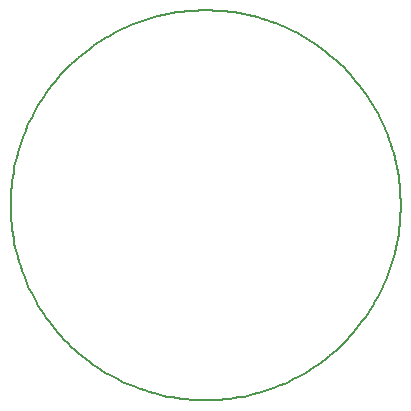
<source format=gbr>
G04 EAGLE Gerber X2 export*
%TF.Part,Single*%
%TF.FileFunction,Copper,L1,Top,Mixed*%
%TF.FilePolarity,Positive*%
%TF.GenerationSoftware,Autodesk,EAGLE,8.7.1*%
%TF.CreationDate,2018-04-23T18:18:10Z*%
G75*
%MOMM*%
%FSLAX34Y34*%
%LPD*%
%AMOC8*
5,1,8,0,0,1.08239X$1,22.5*%
G01*
%ADD10C,0.152400*%


D10*
X-25400Y774700D02*
X-25350Y778752D01*
X-25201Y782801D01*
X-24953Y786846D01*
X-24605Y790883D01*
X-24158Y794910D01*
X-23613Y798925D01*
X-22969Y802926D01*
X-22228Y806909D01*
X-21388Y810874D01*
X-20452Y814816D01*
X-19419Y818734D01*
X-18291Y822626D01*
X-17067Y826489D01*
X-15749Y830321D01*
X-14337Y834119D01*
X-12833Y837881D01*
X-11236Y841605D01*
X-9549Y845289D01*
X-7771Y848931D01*
X-5905Y852528D01*
X-3951Y856077D01*
X-1911Y859578D01*
X215Y863028D01*
X2424Y866425D01*
X4717Y869766D01*
X7090Y873050D01*
X9544Y876275D01*
X12076Y879438D01*
X14685Y882539D01*
X17369Y885574D01*
X20127Y888543D01*
X22957Y891443D01*
X25857Y894273D01*
X28826Y897031D01*
X31861Y899715D01*
X34962Y902324D01*
X38125Y904856D01*
X41350Y907310D01*
X44634Y909683D01*
X47975Y911976D01*
X51372Y914185D01*
X54822Y916311D01*
X58323Y918351D01*
X61872Y920305D01*
X65469Y922171D01*
X69111Y923949D01*
X72795Y925636D01*
X76519Y927233D01*
X80281Y928737D01*
X84079Y930149D01*
X87911Y931467D01*
X91774Y932691D01*
X95666Y933819D01*
X99584Y934852D01*
X103526Y935788D01*
X107491Y936628D01*
X111474Y937369D01*
X115475Y938013D01*
X119490Y938558D01*
X123517Y939005D01*
X127554Y939353D01*
X131599Y939601D01*
X135648Y939750D01*
X139700Y939800D01*
X143752Y939750D01*
X147801Y939601D01*
X151846Y939353D01*
X155883Y939005D01*
X159910Y938558D01*
X163925Y938013D01*
X167926Y937369D01*
X171909Y936628D01*
X175874Y935788D01*
X179816Y934852D01*
X183734Y933819D01*
X187626Y932691D01*
X191489Y931467D01*
X195321Y930149D01*
X199119Y928737D01*
X202881Y927233D01*
X206605Y925636D01*
X210289Y923949D01*
X213931Y922171D01*
X217528Y920305D01*
X221077Y918351D01*
X224578Y916311D01*
X228028Y914185D01*
X231425Y911976D01*
X234766Y909683D01*
X238050Y907310D01*
X241275Y904856D01*
X244438Y902324D01*
X247539Y899715D01*
X250574Y897031D01*
X253543Y894273D01*
X256443Y891443D01*
X259273Y888543D01*
X262031Y885574D01*
X264715Y882539D01*
X267324Y879438D01*
X269856Y876275D01*
X272310Y873050D01*
X274683Y869766D01*
X276976Y866425D01*
X279185Y863028D01*
X281311Y859578D01*
X283351Y856077D01*
X285305Y852528D01*
X287171Y848931D01*
X288949Y845289D01*
X290636Y841605D01*
X292233Y837881D01*
X293737Y834119D01*
X295149Y830321D01*
X296467Y826489D01*
X297691Y822626D01*
X298819Y818734D01*
X299852Y814816D01*
X300788Y810874D01*
X301628Y806909D01*
X302369Y802926D01*
X303013Y798925D01*
X303558Y794910D01*
X304005Y790883D01*
X304353Y786846D01*
X304601Y782801D01*
X304750Y778752D01*
X304800Y774700D01*
X304750Y770648D01*
X304601Y766599D01*
X304353Y762554D01*
X304005Y758517D01*
X303558Y754490D01*
X303013Y750475D01*
X302369Y746474D01*
X301628Y742491D01*
X300788Y738526D01*
X299852Y734584D01*
X298819Y730666D01*
X297691Y726774D01*
X296467Y722911D01*
X295149Y719079D01*
X293737Y715281D01*
X292233Y711519D01*
X290636Y707795D01*
X288949Y704111D01*
X287171Y700469D01*
X285305Y696872D01*
X283351Y693323D01*
X281311Y689822D01*
X279185Y686372D01*
X276976Y682975D01*
X274683Y679634D01*
X272310Y676350D01*
X269856Y673125D01*
X267324Y669962D01*
X264715Y666861D01*
X262031Y663826D01*
X259273Y660857D01*
X256443Y657957D01*
X253543Y655127D01*
X250574Y652369D01*
X247539Y649685D01*
X244438Y647076D01*
X241275Y644544D01*
X238050Y642090D01*
X234766Y639717D01*
X231425Y637424D01*
X228028Y635215D01*
X224578Y633089D01*
X221077Y631049D01*
X217528Y629095D01*
X213931Y627229D01*
X210289Y625451D01*
X206605Y623764D01*
X202881Y622167D01*
X199119Y620663D01*
X195321Y619251D01*
X191489Y617933D01*
X187626Y616709D01*
X183734Y615581D01*
X179816Y614548D01*
X175874Y613612D01*
X171909Y612772D01*
X167926Y612031D01*
X163925Y611387D01*
X159910Y610842D01*
X155883Y610395D01*
X151846Y610047D01*
X147801Y609799D01*
X143752Y609650D01*
X139700Y609600D01*
X135648Y609650D01*
X131599Y609799D01*
X127554Y610047D01*
X123517Y610395D01*
X119490Y610842D01*
X115475Y611387D01*
X111474Y612031D01*
X107491Y612772D01*
X103526Y613612D01*
X99584Y614548D01*
X95666Y615581D01*
X91774Y616709D01*
X87911Y617933D01*
X84079Y619251D01*
X80281Y620663D01*
X76519Y622167D01*
X72795Y623764D01*
X69111Y625451D01*
X65469Y627229D01*
X61872Y629095D01*
X58323Y631049D01*
X54822Y633089D01*
X51372Y635215D01*
X47975Y637424D01*
X44634Y639717D01*
X41350Y642090D01*
X38125Y644544D01*
X34962Y647076D01*
X31861Y649685D01*
X28826Y652369D01*
X25857Y655127D01*
X22957Y657957D01*
X20127Y660857D01*
X17369Y663826D01*
X14685Y666861D01*
X12076Y669962D01*
X9544Y673125D01*
X7090Y676350D01*
X4717Y679634D01*
X2424Y682975D01*
X215Y686372D01*
X-1911Y689822D01*
X-3951Y693323D01*
X-5905Y696872D01*
X-7771Y700469D01*
X-9549Y704111D01*
X-11236Y707795D01*
X-12833Y711519D01*
X-14337Y715281D01*
X-15749Y719079D01*
X-17067Y722911D01*
X-18291Y726774D01*
X-19419Y730666D01*
X-20452Y734584D01*
X-21388Y738526D01*
X-22228Y742491D01*
X-22969Y746474D01*
X-23613Y750475D01*
X-24158Y754490D01*
X-24605Y758517D01*
X-24953Y762554D01*
X-25201Y766599D01*
X-25350Y770648D01*
X-25400Y774700D01*
M02*

</source>
